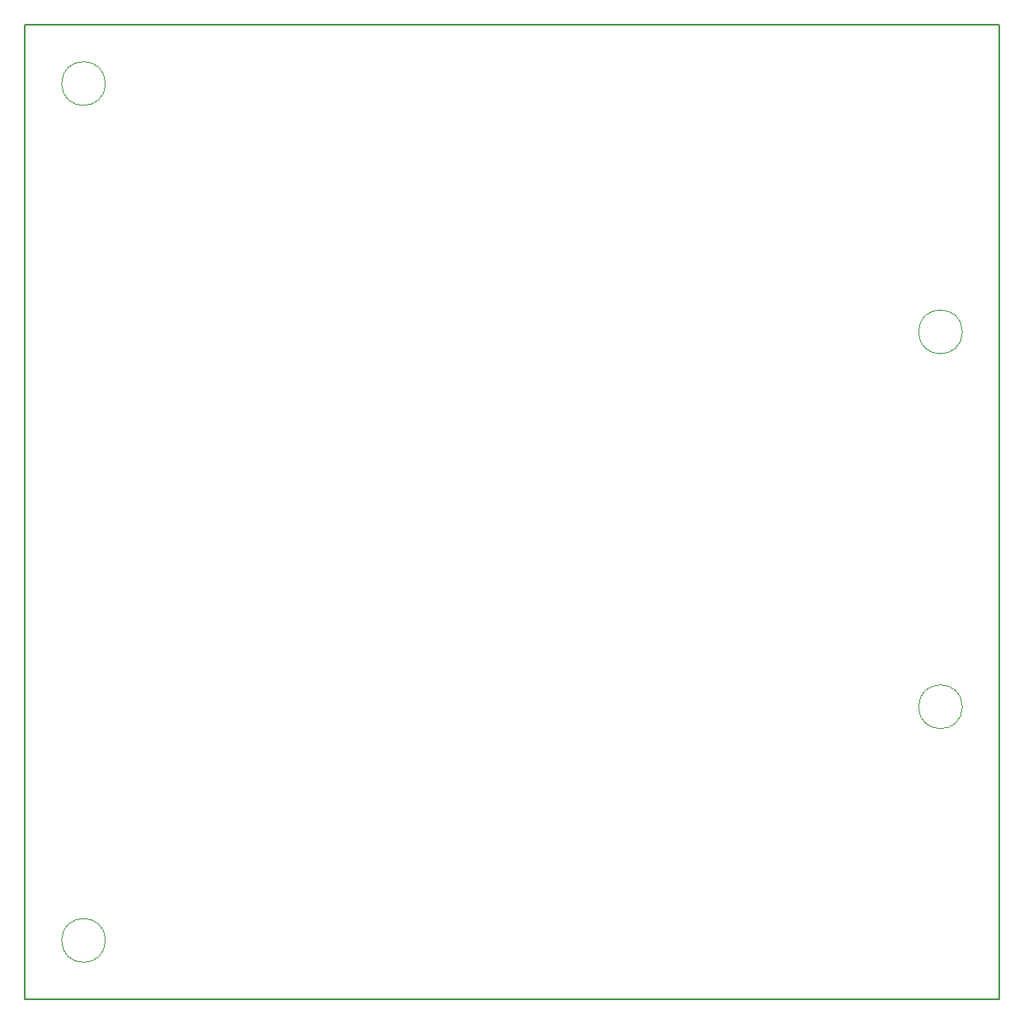
<source format=gbr>
G04 #@! TF.GenerationSoftware,KiCad,Pcbnew,(6.0.8)*
G04 #@! TF.CreationDate,2022-11-06T18:43:30+02:00*
G04 #@! TF.ProjectId,PIDController - Copy,50494443-6f6e-4747-926f-6c6c6572202d,rev?*
G04 #@! TF.SameCoordinates,Original*
G04 #@! TF.FileFunction,Profile,NP*
%FSLAX46Y46*%
G04 Gerber Fmt 4.6, Leading zero omitted, Abs format (unit mm)*
G04 Created by KiCad (PCBNEW (6.0.8)) date 2022-11-06 18:43:30*
%MOMM*%
%LPD*%
G01*
G04 APERTURE LIST*
G04 #@! TA.AperFunction,Profile*
%ADD10C,0.050000*%
G04 #@! TD*
G04 #@! TA.AperFunction,Profile*
%ADD11C,0.150000*%
G04 #@! TD*
G04 APERTURE END LIST*
D10*
X113250000Y-48500000D02*
G75*
G03*
X113250000Y-48500000I-2250000J0D01*
G01*
X113250000Y-87000000D02*
G75*
G03*
X113250000Y-87000000I-2250000J0D01*
G01*
X25250000Y-23000000D02*
G75*
G03*
X25250000Y-23000000I-2250000J0D01*
G01*
D11*
X17000000Y-17000000D02*
X117000000Y-17000000D01*
X117000000Y-17000000D02*
X117000000Y-117000000D01*
X117000000Y-117000000D02*
X17000000Y-117000000D01*
X17000000Y-117000000D02*
X17000000Y-17000000D01*
D10*
X25250000Y-111000000D02*
G75*
G03*
X25250000Y-111000000I-2250000J0D01*
G01*
M02*

</source>
